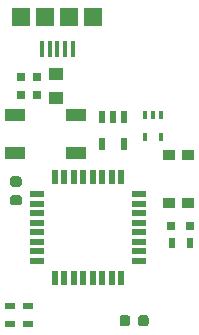
<source format=gbr>
G04 #@! TF.GenerationSoftware,KiCad,Pcbnew,5.1.2-f72e74a~84~ubuntu18.04.1*
G04 #@! TF.CreationDate,2019-07-10T23:14:27-06:00*
G04 #@! TF.ProjectId,rfboard,7266626f-6172-4642-9e6b-696361645f70,rev?*
G04 #@! TF.SameCoordinates,Original*
G04 #@! TF.FileFunction,Paste,Top*
G04 #@! TF.FilePolarity,Positive*
%FSLAX46Y46*%
G04 Gerber Fmt 4.6, Leading zero omitted, Abs format (unit mm)*
G04 Created by KiCad (PCBNEW 5.1.2-f72e74a~84~ubuntu18.04.1) date 2019-07-10 23:14:27*
%MOMM*%
%LPD*%
G04 APERTURE LIST*
%ADD10R,1.651000X0.998220*%
%ADD11R,0.800000X0.800000*%
%ADD12R,1.270000X0.558800*%
%ADD13R,0.558800X1.270000*%
%ADD14R,0.600000X1.140000*%
%ADD15R,0.750000X0.800000*%
%ADD16R,1.250000X1.000000*%
%ADD17R,0.500000X0.900000*%
%ADD18R,0.400000X0.650000*%
%ADD19R,0.998220X0.899160*%
%ADD20R,0.900000X0.500000*%
%ADD21C,0.100000*%
%ADD22C,0.875000*%
%ADD23R,0.400000X1.350000*%
%ADD24R,1.500000X1.550000*%
G04 APERTURE END LIST*
D10*
X110424440Y-137600000D03*
X110424440Y-140795320D03*
X115575560Y-140795320D03*
X115575560Y-137600000D03*
D11*
X125200000Y-147000000D03*
X123600000Y-147000000D03*
D12*
X120893820Y-144302140D03*
X120893820Y-145102240D03*
X120893820Y-145902340D03*
X120893820Y-146702440D03*
X120893820Y-147500000D03*
X120893820Y-148300100D03*
X120893820Y-149100200D03*
X120893820Y-149900300D03*
D13*
X119400300Y-151393820D03*
X118600200Y-151393820D03*
X117800100Y-151393820D03*
X117000000Y-151393820D03*
X116202440Y-151393820D03*
X115402340Y-151393820D03*
X114602240Y-151393820D03*
X113802140Y-151393820D03*
D12*
X112308620Y-149900300D03*
X112308620Y-149100200D03*
X112308620Y-148300100D03*
X112308620Y-147500000D03*
X112308620Y-146702440D03*
X112308620Y-145902340D03*
X112308620Y-145102240D03*
X112308620Y-144302140D03*
D13*
X113802140Y-142808620D03*
X114602240Y-142808620D03*
X115402340Y-142808620D03*
X116202440Y-142808620D03*
X117000000Y-142808620D03*
X117800100Y-142808620D03*
X118600200Y-142808620D03*
X119400300Y-142808620D03*
D14*
X119650000Y-137760000D03*
X118700000Y-137760000D03*
X117750000Y-137760000D03*
X117750000Y-140040000D03*
X119650000Y-140040000D03*
D15*
X110900000Y-135850000D03*
X110900000Y-134350000D03*
X112300000Y-135850000D03*
X112300000Y-134350000D03*
D16*
X113900000Y-134100000D03*
X113900000Y-136100000D03*
D17*
X125200000Y-148400000D03*
X123700000Y-148400000D03*
D18*
X122750000Y-137550000D03*
X121450000Y-137550000D03*
X122100000Y-137550000D03*
X121450000Y-139450000D03*
X122750000Y-139450000D03*
D19*
X123452440Y-140950220D03*
X123452440Y-145049780D03*
X125047560Y-145049780D03*
X125047560Y-140950220D03*
D20*
X110000000Y-153750000D03*
X110000000Y-155250000D03*
X111500000Y-153750000D03*
X111500000Y-155250000D03*
D21*
G36*
X110777691Y-142776053D02*
G01*
X110798926Y-142779203D01*
X110819750Y-142784419D01*
X110839962Y-142791651D01*
X110859368Y-142800830D01*
X110877781Y-142811866D01*
X110895024Y-142824654D01*
X110910930Y-142839070D01*
X110925346Y-142854976D01*
X110938134Y-142872219D01*
X110949170Y-142890632D01*
X110958349Y-142910038D01*
X110965581Y-142930250D01*
X110970797Y-142951074D01*
X110973947Y-142972309D01*
X110975000Y-142993750D01*
X110975000Y-143431250D01*
X110973947Y-143452691D01*
X110970797Y-143473926D01*
X110965581Y-143494750D01*
X110958349Y-143514962D01*
X110949170Y-143534368D01*
X110938134Y-143552781D01*
X110925346Y-143570024D01*
X110910930Y-143585930D01*
X110895024Y-143600346D01*
X110877781Y-143613134D01*
X110859368Y-143624170D01*
X110839962Y-143633349D01*
X110819750Y-143640581D01*
X110798926Y-143645797D01*
X110777691Y-143648947D01*
X110756250Y-143650000D01*
X110243750Y-143650000D01*
X110222309Y-143648947D01*
X110201074Y-143645797D01*
X110180250Y-143640581D01*
X110160038Y-143633349D01*
X110140632Y-143624170D01*
X110122219Y-143613134D01*
X110104976Y-143600346D01*
X110089070Y-143585930D01*
X110074654Y-143570024D01*
X110061866Y-143552781D01*
X110050830Y-143534368D01*
X110041651Y-143514962D01*
X110034419Y-143494750D01*
X110029203Y-143473926D01*
X110026053Y-143452691D01*
X110025000Y-143431250D01*
X110025000Y-142993750D01*
X110026053Y-142972309D01*
X110029203Y-142951074D01*
X110034419Y-142930250D01*
X110041651Y-142910038D01*
X110050830Y-142890632D01*
X110061866Y-142872219D01*
X110074654Y-142854976D01*
X110089070Y-142839070D01*
X110104976Y-142824654D01*
X110122219Y-142811866D01*
X110140632Y-142800830D01*
X110160038Y-142791651D01*
X110180250Y-142784419D01*
X110201074Y-142779203D01*
X110222309Y-142776053D01*
X110243750Y-142775000D01*
X110756250Y-142775000D01*
X110777691Y-142776053D01*
X110777691Y-142776053D01*
G37*
D22*
X110500000Y-143212500D03*
D21*
G36*
X110777691Y-144351053D02*
G01*
X110798926Y-144354203D01*
X110819750Y-144359419D01*
X110839962Y-144366651D01*
X110859368Y-144375830D01*
X110877781Y-144386866D01*
X110895024Y-144399654D01*
X110910930Y-144414070D01*
X110925346Y-144429976D01*
X110938134Y-144447219D01*
X110949170Y-144465632D01*
X110958349Y-144485038D01*
X110965581Y-144505250D01*
X110970797Y-144526074D01*
X110973947Y-144547309D01*
X110975000Y-144568750D01*
X110975000Y-145006250D01*
X110973947Y-145027691D01*
X110970797Y-145048926D01*
X110965581Y-145069750D01*
X110958349Y-145089962D01*
X110949170Y-145109368D01*
X110938134Y-145127781D01*
X110925346Y-145145024D01*
X110910930Y-145160930D01*
X110895024Y-145175346D01*
X110877781Y-145188134D01*
X110859368Y-145199170D01*
X110839962Y-145208349D01*
X110819750Y-145215581D01*
X110798926Y-145220797D01*
X110777691Y-145223947D01*
X110756250Y-145225000D01*
X110243750Y-145225000D01*
X110222309Y-145223947D01*
X110201074Y-145220797D01*
X110180250Y-145215581D01*
X110160038Y-145208349D01*
X110140632Y-145199170D01*
X110122219Y-145188134D01*
X110104976Y-145175346D01*
X110089070Y-145160930D01*
X110074654Y-145145024D01*
X110061866Y-145127781D01*
X110050830Y-145109368D01*
X110041651Y-145089962D01*
X110034419Y-145069750D01*
X110029203Y-145048926D01*
X110026053Y-145027691D01*
X110025000Y-145006250D01*
X110025000Y-144568750D01*
X110026053Y-144547309D01*
X110029203Y-144526074D01*
X110034419Y-144505250D01*
X110041651Y-144485038D01*
X110050830Y-144465632D01*
X110061866Y-144447219D01*
X110074654Y-144429976D01*
X110089070Y-144414070D01*
X110104976Y-144399654D01*
X110122219Y-144386866D01*
X110140632Y-144375830D01*
X110160038Y-144366651D01*
X110180250Y-144359419D01*
X110201074Y-144354203D01*
X110222309Y-144351053D01*
X110243750Y-144350000D01*
X110756250Y-144350000D01*
X110777691Y-144351053D01*
X110777691Y-144351053D01*
G37*
D22*
X110500000Y-144787500D03*
D21*
G36*
X119952691Y-154526053D02*
G01*
X119973926Y-154529203D01*
X119994750Y-154534419D01*
X120014962Y-154541651D01*
X120034368Y-154550830D01*
X120052781Y-154561866D01*
X120070024Y-154574654D01*
X120085930Y-154589070D01*
X120100346Y-154604976D01*
X120113134Y-154622219D01*
X120124170Y-154640632D01*
X120133349Y-154660038D01*
X120140581Y-154680250D01*
X120145797Y-154701074D01*
X120148947Y-154722309D01*
X120150000Y-154743750D01*
X120150000Y-155256250D01*
X120148947Y-155277691D01*
X120145797Y-155298926D01*
X120140581Y-155319750D01*
X120133349Y-155339962D01*
X120124170Y-155359368D01*
X120113134Y-155377781D01*
X120100346Y-155395024D01*
X120085930Y-155410930D01*
X120070024Y-155425346D01*
X120052781Y-155438134D01*
X120034368Y-155449170D01*
X120014962Y-155458349D01*
X119994750Y-155465581D01*
X119973926Y-155470797D01*
X119952691Y-155473947D01*
X119931250Y-155475000D01*
X119493750Y-155475000D01*
X119472309Y-155473947D01*
X119451074Y-155470797D01*
X119430250Y-155465581D01*
X119410038Y-155458349D01*
X119390632Y-155449170D01*
X119372219Y-155438134D01*
X119354976Y-155425346D01*
X119339070Y-155410930D01*
X119324654Y-155395024D01*
X119311866Y-155377781D01*
X119300830Y-155359368D01*
X119291651Y-155339962D01*
X119284419Y-155319750D01*
X119279203Y-155298926D01*
X119276053Y-155277691D01*
X119275000Y-155256250D01*
X119275000Y-154743750D01*
X119276053Y-154722309D01*
X119279203Y-154701074D01*
X119284419Y-154680250D01*
X119291651Y-154660038D01*
X119300830Y-154640632D01*
X119311866Y-154622219D01*
X119324654Y-154604976D01*
X119339070Y-154589070D01*
X119354976Y-154574654D01*
X119372219Y-154561866D01*
X119390632Y-154550830D01*
X119410038Y-154541651D01*
X119430250Y-154534419D01*
X119451074Y-154529203D01*
X119472309Y-154526053D01*
X119493750Y-154525000D01*
X119931250Y-154525000D01*
X119952691Y-154526053D01*
X119952691Y-154526053D01*
G37*
D22*
X119712500Y-155000000D03*
D21*
G36*
X121527691Y-154526053D02*
G01*
X121548926Y-154529203D01*
X121569750Y-154534419D01*
X121589962Y-154541651D01*
X121609368Y-154550830D01*
X121627781Y-154561866D01*
X121645024Y-154574654D01*
X121660930Y-154589070D01*
X121675346Y-154604976D01*
X121688134Y-154622219D01*
X121699170Y-154640632D01*
X121708349Y-154660038D01*
X121715581Y-154680250D01*
X121720797Y-154701074D01*
X121723947Y-154722309D01*
X121725000Y-154743750D01*
X121725000Y-155256250D01*
X121723947Y-155277691D01*
X121720797Y-155298926D01*
X121715581Y-155319750D01*
X121708349Y-155339962D01*
X121699170Y-155359368D01*
X121688134Y-155377781D01*
X121675346Y-155395024D01*
X121660930Y-155410930D01*
X121645024Y-155425346D01*
X121627781Y-155438134D01*
X121609368Y-155449170D01*
X121589962Y-155458349D01*
X121569750Y-155465581D01*
X121548926Y-155470797D01*
X121527691Y-155473947D01*
X121506250Y-155475000D01*
X121068750Y-155475000D01*
X121047309Y-155473947D01*
X121026074Y-155470797D01*
X121005250Y-155465581D01*
X120985038Y-155458349D01*
X120965632Y-155449170D01*
X120947219Y-155438134D01*
X120929976Y-155425346D01*
X120914070Y-155410930D01*
X120899654Y-155395024D01*
X120886866Y-155377781D01*
X120875830Y-155359368D01*
X120866651Y-155339962D01*
X120859419Y-155319750D01*
X120854203Y-155298926D01*
X120851053Y-155277691D01*
X120850000Y-155256250D01*
X120850000Y-154743750D01*
X120851053Y-154722309D01*
X120854203Y-154701074D01*
X120859419Y-154680250D01*
X120866651Y-154660038D01*
X120875830Y-154640632D01*
X120886866Y-154622219D01*
X120899654Y-154604976D01*
X120914070Y-154589070D01*
X120929976Y-154574654D01*
X120947219Y-154561866D01*
X120965632Y-154550830D01*
X120985038Y-154541651D01*
X121005250Y-154534419D01*
X121026074Y-154529203D01*
X121047309Y-154526053D01*
X121068750Y-154525000D01*
X121506250Y-154525000D01*
X121527691Y-154526053D01*
X121527691Y-154526053D01*
G37*
D22*
X121287500Y-155000000D03*
D23*
X115300000Y-131975000D03*
X114650000Y-131975000D03*
X114000000Y-131975000D03*
X113350000Y-131975000D03*
X112700000Y-131975000D03*
D24*
X115000000Y-129300000D03*
X113000000Y-129300000D03*
X117050000Y-129300000D03*
X110950000Y-129300000D03*
M02*

</source>
